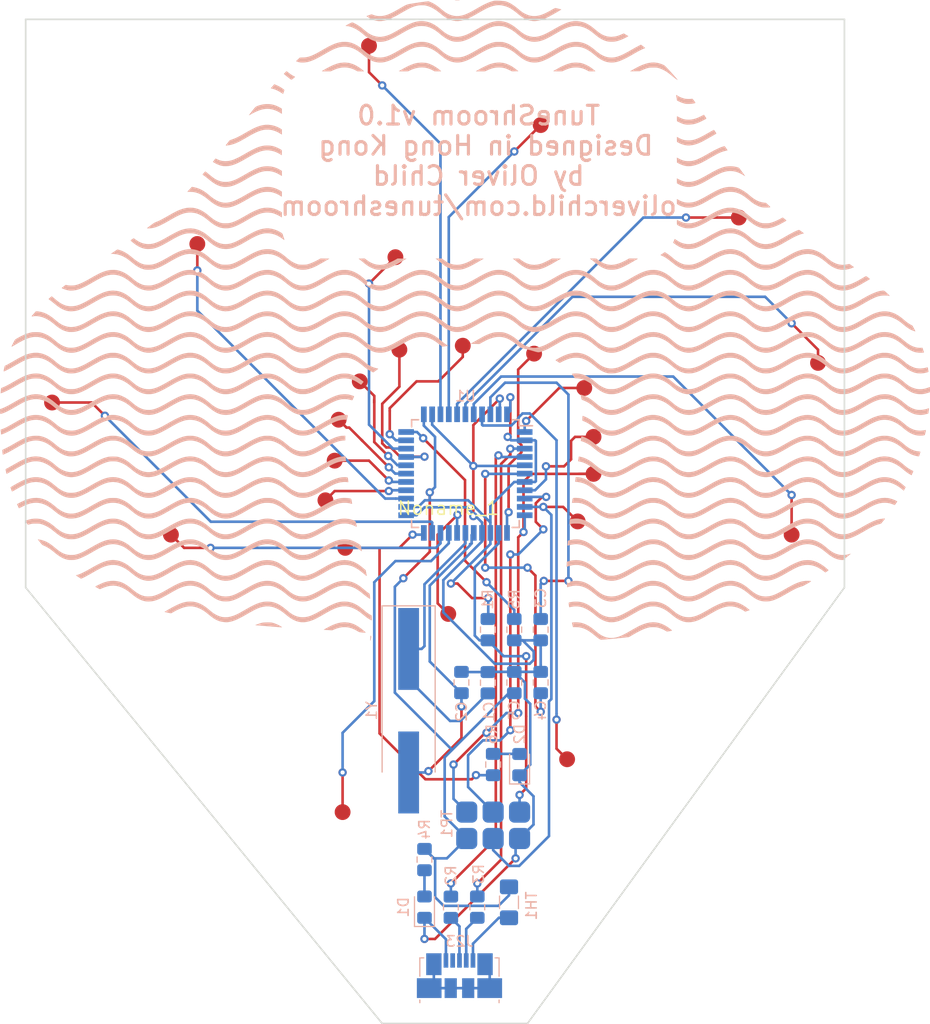
<source format=kicad_pcb>
(kicad_pcb (version 20171130) (host pcbnew "(5.1.12)-1")
  (layers (0 F.Cu signal) (31 B.Cu signal) (34 B.Paste user hide) (35 F.Paste user hide) (36 B.SilkS user hide) (37 F.SilkS user hide) (38 B.Mask user hide) (39 F.Mask user hide) (44 Edge.Cuts user))
  (net 0 "")
  (net 1 GND)
  (net 2 "Net-(C1-Pad1)")
  (net 3 "Net-(C2-Pad1)")
  (net 4 "Net-(C3-Pad1)")
  (net 5 "Net-(C4-Pad1)")
  (net 6 +5V)
  (net 7 "Net-(D1-Pad2)")
  (net 8 "Net-(D2-Pad2)")
  (net 9 A0)
  (net 10 D5)
  (net 11 A1)
  (net 12 D6)
  (net 13 A2)
  (net 14 D7)
  (net 15 A3)
  (net 16 D8)
  (net 17 A4)
  (net 18 D9)
  (net 19 A5)
  (net 20 D10)
  (net 21 D0)
  (net 22 D11)
  (net 23 D1)
  (net 24 D12)
  (net 25 D2)
  (net 26 D13)
  (net 27 D3)
  (net 28 D17)
  (net 29 D4)
  (net 30 MISO)
  (net 31 "Net-(J23-Pad1)")
  (net 32 "Net-(J23-Pad2)")
  (net 33 "Net-(J23-Pad3)")
  (net 34 "Net-(J23-Pad4)")
  (net 35 "Net-(J23-Pad6)")
  (net 36 RESET)
  (net 37 D+)
  (net 38 D-)
  (net 39 "Net-(R5-Pad1)")
  (net 40 RX_LED)
  (net 41 SCK)
  (net 42 MOSI)
  (module TuneShroom:contact (layer F.Cu) (at 95.25 48.26)
    (fp_text reference J1)
    (fp_text value Conn_01x01)
    (pad 1 smd circle (at 0 0 180) (size 1.524 1.524) (layers F.Cu F.Mask) (net 9 A0))
  )
  (module TuneShroom:contact (layer F.Cu) (at 97.79 68.58)
    (fp_text reference J2)
    (fp_text value Conn_01x01)
    (pad 1 smd circle (at 0 0 180) (size 1.524 1.524) (layers F.Cu F.Mask) (net 10 D5))
  )
  (module TuneShroom:contact (layer F.Cu) (at 111.76 55.88)
    (fp_text reference J3)
    (fp_text value Conn_01x01)
    (pad 1 smd circle (at 0 0 180) (size 1.524 1.524) (layers F.Cu F.Mask) (net 11 A1))
  )
  (module TuneShroom:contact (layer F.Cu) (at 91.948 88.138)
    (fp_text reference J4)
    (fp_text value Conn_01x01)
    (pad 1 smd circle (at 0 0 180) (size 1.524 1.524) (layers F.Cu F.Mask) (net 12 D6))
  )
  (module TuneShroom:contact (layer F.Cu) (at 130.81 64.77)
    (fp_text reference J5)
    (fp_text value Conn_01x01)
    (pad 1 smd circle (at 0 0 180) (size 1.524 1.524) (layers F.Cu F.Mask) (net 13 A2))
  )
  (module TuneShroom:contact (layer F.Cu) (at 115.951 81.153)
    (fp_text reference J6)
    (fp_text value Conn_01x01)
    (pad 1 smd circle (at 0 0 180) (size 1.524 1.524) (layers F.Cu F.Mask) (net 14 D7))
  )
  (module TuneShroom:contact (layer F.Cu) (at 138.43 78.74)
    (fp_text reference J7)
    (fp_text value Conn_01x01)
    (pad 1 smd circle (at 0 0 180) (size 1.524 1.524) (layers F.Cu F.Mask) (net 15 A3))
  )
  (module TuneShroom:contact (layer F.Cu) (at 92.329 84.201)
    (fp_text reference J8)
    (fp_text value Conn_01x01)
    (pad 1 smd circle (at 0 0 180) (size 1.524 1.524) (layers F.Cu F.Mask) (net 16 D8))
  )
  (module TuneShroom:contact (layer F.Cu) (at 135.89 95.25)
    (fp_text reference J9)
    (fp_text value Conn_01x01)
    (pad 1 smd circle (at 0 0 180) (size 1.524 1.524) (layers F.Cu F.Mask) (net 17 A4))
  )
  (module TuneShroom:contact (layer F.Cu) (at 94.361 80.518)
    (fp_text reference J10)
    (fp_text value Conn_01x01)
    (pad 1 smd circle (at 0 0 180) (size 1.524 1.524) (layers F.Cu F.Mask) (net 18 D9))
  )
  (module TuneShroom:contact (layer F.Cu) (at 114.3 116.84)
    (fp_text reference J11)
    (fp_text value Conn_01x01)
    (pad 1 smd circle (at 0 0 180) (size 1.524 1.524) (layers F.Cu F.Mask) (net 19 A5))
  )
  (module TuneShroom:contact (layer F.Cu) (at 98.171 77.47)
    (fp_text reference J12)
    (fp_text value Conn_01x01)
    (pad 1 smd circle (at 0 0 180) (size 1.524 1.524) (layers F.Cu F.Mask) (net 20 D10))
  )
  (module TuneShroom:contact (layer F.Cu) (at 76.2 95.25)
    (fp_text reference J13)
    (fp_text value Conn_01x01)
    (pad 1 smd circle (at 0 0 180) (size 1.524 1.524) (layers F.Cu F.Mask) (net 21 D0))
  )
  (module TuneShroom:contact (layer F.Cu) (at 111.125 77.851)
    (fp_text reference J14)
    (fp_text value Conn_01x01)
    (pad 1 smd circle (at 0 0 180) (size 1.524 1.524) (layers F.Cu F.Mask) (net 22 D11))
  )
  (module TuneShroom:contact (layer F.Cu) (at 64.77 82.55)
    (fp_text reference J15)
    (fp_text value Conn_01x01)
    (pad 1 smd circle (at 0 0 180) (size 1.524 1.524) (layers F.Cu F.Mask) (net 23 D1))
  )
  (module TuneShroom:contact (layer F.Cu) (at 91.059 91.948)
    (fp_text reference J16)
    (fp_text value Conn_01x01)
    (pad 1 smd circle (at 0 0 180) (size 1.524 1.524) (layers F.Cu F.Mask) (net 24 D12))
  )
  (module TuneShroom:contact (layer F.Cu) (at 92.71 121.92)
    (fp_text reference J17)
    (fp_text value Conn_01x01)
    (pad 1 smd circle (at 0 0 180) (size 1.524 1.524) (layers F.Cu F.Mask) (net 25 D2))
  )
  (module TuneShroom:contact (layer F.Cu) (at 104.267 77.089)
    (fp_text reference J18)
    (fp_text value Conn_01x01)
    (pad 1 smd circle (at 0 0 180) (size 1.524 1.524) (layers F.Cu F.Mask) (net 26 D13))
  )
  (module TuneShroom:contact (layer F.Cu) (at 102.87 102.87)
    (fp_text reference J19)
    (fp_text value Conn_01x01)
    (pad 1 smd circle (at 0 0 180) (size 1.524 1.524) (layers F.Cu F.Mask) (net 27 D3))
  )
  (module TuneShroom:contact (layer F.Cu) (at 116.84 85.852)
    (fp_text reference J20)
    (fp_text value Conn_01x01)
    (pad 1 smd circle (at 0 0 180) (size 1.524 1.524) (layers F.Cu F.Mask) (net 28 D17))
  )
  (module TuneShroom:contact (layer F.Cu) (at 78.74 67.31)
    (fp_text reference J21)
    (fp_text value Conn_01x01)
    (pad 1 smd circle (at 0 0 180) (size 1.524 1.524) (layers F.Cu F.Mask) (net 29 D4))
  )
  (module TuneShroom:contact (layer F.Cu) (at 116.84 89.408)
    (fp_text reference J22)
    (fp_text value Conn_01x01)
    (pad 1 smd circle (at 0 0 180) (size 1.524 1.524) (layers F.Cu F.Mask) (net 30 MISO))
  )
  (module Connector_USB:USB_Micro-B_Molex_47346-0001 (layer B.Cu) (at 103.9475 137.64 180)
    (fp_text reference J23 (at 0 3.3) (layer B.SilkS) (effects (justify mirror)))
    (fp_text value USB_B_Micro)
    (pad 1 smd rect (at -1.3 1.46 180) (size 0.45 1.38) (layers B.Cu B.Paste B.Mask) (net 31 "Net-(J23-Pad1)"))
    (pad 2 smd rect (at -0.65 1.46 180) (size 0.45 1.38) (layers B.Cu B.Paste B.Mask) (net 32 "Net-(J23-Pad2)"))
    (pad 3 smd rect (at 0 1.46 180) (size 0.45 1.38) (layers B.Cu B.Paste B.Mask) (net 33 "Net-(J23-Pad3)"))
    (pad 4 smd rect (at 0.65 1.46 180) (size 0.45 1.38) (layers B.Cu B.Paste B.Mask) (net 34 "Net-(J23-Pad4)"))
    (pad 5 smd rect (at 1.3 1.46 180) (size 0.45 1.38) (layers B.Cu B.Paste B.Mask) (net 1 GND))
    (pad 6 smd rect (at -2.4625 1.1 180) (size 1.475 2.1) (layers B.Cu B.Paste B.Mask) (net 35 "Net-(J23-Pad6)"))
    (pad 6 smd rect (at 2.4625 1.1 180) (size 1.475 2.1) (layers B.Cu B.Paste B.Mask) (net 35 "Net-(J23-Pad6)"))
    (pad 6 smd rect (at -2.91 -1.2 180) (size 2.375 1.9) (layers B.Cu B.Paste B.Mask) (net 35 "Net-(J23-Pad6)"))
    (pad 6 smd rect (at 2.91 -1.2 180) (size 2.375 1.9) (layers B.Cu B.Paste B.Mask) (net 35 "Net-(J23-Pad6)"))
    (pad 6 smd rect (at -0.84 -1.2 180) (size 1.175 1.9) (layers B.Cu B.Paste B.Mask) (net 35 "Net-(J23-Pad6)"))
    (pad 6 smd rect (at 0.84 -1.2 180) (size 1.175 1.9) (layers B.Cu B.Paste B.Mask) (net 35 "Net-(J23-Pad6)"))
  )
  (module Resistor_SMD:R_0805_2012Metric_Pad1.15x1.40mm_HandSolder (layer B.Cu) (at 106.68 104.385 270)
    (fp_text reference R1 (at -2.912 0 270) (layer B.SilkS) (effects (justify mirror)))
    (fp_text value 10K)
    (pad 1 smd roundrect (at -1.025 0 270) (size 1.15 1.4) (layers B.Cu B.Paste B.Mask) (roundrect_rratio 0.217391) (net 6 +5V))
    (pad 2 smd roundrect (at 1.025 0 270) (size 1.15 1.4) (layers B.Cu B.Paste B.Mask) (roundrect_rratio 0.217391) (net 36 RESET))
  )
  (module Resistor_SMD:R_0805_2012Metric_Pad1.15x1.40mm_HandSolder (layer B.Cu) (at 103.124 131.064 270)
    (fp_text reference R2 (at -3.048 0 270) (layer B.SilkS) (effects (justify mirror)))
    (fp_text value 22)
    (pad 1 smd roundrect (at -1.025 0 270) (size 1.15 1.4) (layers B.Cu B.Paste B.Mask) (roundrect_rratio 0.217391) (net 37 D+))
    (pad 2 smd roundrect (at 1.025 0 270) (size 1.15 1.4) (layers B.Cu B.Paste B.Mask) (roundrect_rratio 0.217391) (net 33 "Net-(J23-Pad3)"))
  )
  (module Resistor_SMD:R_0805_2012Metric_Pad1.15x1.40mm_HandSolder (layer B.Cu) (at 105.664 131.055 270)
    (fp_text reference R3 (at -3.166 -0.127 270) (layer B.SilkS) (effects (justify mirror)))
    (fp_text value 22)
    (pad 2 smd roundrect (at 1.025 0 270) (size 1.15 1.4) (layers B.Cu B.Paste B.Mask) (roundrect_rratio 0.217391) (net 32 "Net-(J23-Pad2)"))
    (pad 1 smd roundrect (at -1.025 0 270) (size 1.15 1.4) (layers B.Cu B.Paste B.Mask) (roundrect_rratio 0.217391) (net 38 D-))
  )
  (module Resistor_SMD:R_0805_2012Metric_Pad1.15x1.40mm_HandSolder (layer B.Cu) (at 100.584 126.483 270)
    (fp_text reference R4 (at -2.912 0 270) (layer B.SilkS) (effects (justify mirror)))
    (fp_text value 330)
    (pad 2 smd roundrect (at 1.025 0 270) (size 1.15 1.4) (layers B.Cu B.Paste B.Mask) (roundrect_rratio 0.217391) (net 7 "Net-(D1-Pad2)"))
    (pad 1 smd roundrect (at -1.025 0 270) (size 1.15 1.4) (layers B.Cu B.Paste B.Mask) (roundrect_rratio 0.217391) (net 6 +5V))
  )
  (module Resistor_SMD:R_0805_2012Metric_Pad1.15x1.40mm_HandSolder (layer B.Cu) (at 109.22 104.385 270)
    (fp_text reference R5 (at -2.912 0 270) (layer B.SilkS) (effects (justify mirror)))
    (fp_text value 10K)
    (pad 1 smd roundrect (at -1.025 0 270) (size 1.15 1.4) (layers B.Cu B.Paste B.Mask) (roundrect_rratio 0.217391) (net 39 "Net-(R5-Pad1)"))
    (pad 2 smd roundrect (at 1.025 0 270) (size 1.15 1.4) (layers B.Cu B.Paste B.Mask) (roundrect_rratio 0.217391) (net 1 GND))
  )
  (module Resistor_SMD:R_0805_2012Metric_Pad1.15x1.40mm_HandSolder (layer B.Cu) (at 107.188 117.348 90)
    (fp_text reference R6 (at 2.921 -0.127 90) (layer B.SilkS) (effects (justify mirror)))
    (fp_text value 330)
    (pad 2 smd roundrect (at 1.025 0 90) (size 1.15 1.4) (layers B.Cu B.Paste B.Mask) (roundrect_rratio 0.217391) (net 8 "Net-(D2-Pad2)"))
    (pad 1 smd roundrect (at -1.025 0 90) (size 1.15 1.4) (layers B.Cu B.Paste B.Mask) (roundrect_rratio 0.217391) (net 40 RX_LED))
  )
  (module Fuse:Fuse_1206_3216Metric_Pad1.42x1.75mm_HandSolder (layer B.Cu) (at 108.712 130.5925 270)
    (fp_text reference TH1 (at 0.3445 -2.159 270) (layer B.SilkS) (effects (justify mirror)))
    (fp_text value Thermistor)
    (pad 1 smd roundrect (at -1.4875 0 270) (size 1.425 1.75) (layers B.Cu B.Paste B.Mask) (roundrect_rratio 0.175439) (net 6 +5V))
    (pad 2 smd roundrect (at 1.4875 0 270) (size 1.425 1.75) (layers B.Cu B.Paste B.Mask) (roundrect_rratio 0.175439) (net 31 "Net-(J23-Pad1)"))
  )
  (module TuneShroom:ICSP (layer B.Cu) (at 107.188 123.19 270)
    (fp_text reference TP1 (at -0.127 4.445 270) (layer B.SilkS) (effects (justify mirror)))
    (fp_text value ICSP)
    (pad 1 smd roundrect (at -1.27 2.54 270) (size 2.032 2.032) (layers B.Cu B.Paste B.Mask) (net 30 MISO))
    (pad 2 smd roundrect (at 1.27 2.54 270) (size 2.032 2.032) (layers B.Cu B.Paste B.Mask) (net 6 +5V))
    (pad 3 smd roundrect (at -1.27 0 270) (size 2.032 2.032) (layers B.Cu B.Paste B.Mask) (net 41 SCK))
    (pad 4 smd roundrect (at 1.27 0 270) (size 2.032 2.032) (layers B.Cu B.Paste B.Mask) (net 42 MOSI))
    (pad 5 smd roundrect (at -1.27 -2.54 270) (size 2.032 2.032) (layers B.Cu B.Paste B.Mask) (net 36 RESET))
    (pad 6 smd roundrect (at 1.27 -2.54 270) (size 2.032 2.032) (layers B.Cu B.Paste B.Mask) (net 1 GND))
  )
  (module Package_QFP:TQFP-44_10x10mm_P0.8mm (layer B.Cu) (at 104.521 89.383 180)
    (fp_text reference U1 (at 0 7.45 180) (layer B.SilkS) (effects (justify mirror)))
    (fp_text value ATmega32U4-AU)
    (pad 1 smd rect (at -5.7 4 180) (size 1.5 0.55) (layers B.Cu B.Paste B.Mask) (net 14 D7))
    (pad 2 smd rect (at -5.7 3.2 180) (size 1.5 0.55) (layers B.Cu B.Paste B.Mask) (net 6 +5V))
    (pad 3 smd rect (at -5.7 2.4 180) (size 1.5 0.55) (layers B.Cu B.Paste B.Mask) (net 38 D-))
    (pad 4 smd rect (at -5.7 1.6 180) (size 1.5 0.55) (layers B.Cu B.Paste B.Mask) (net 37 D+))
    (pad 5 smd rect (at -5.7 0.8 180) (size 1.5 0.55) (layers B.Cu B.Paste B.Mask) (net 1 GND))
    (pad 6 smd rect (at -5.7 0 180) (size 1.5 0.55) (layers B.Cu B.Paste B.Mask) (net 5 "Net-(C4-Pad1)"))
    (pad 7 smd rect (at -5.7 -0.8 180) (size 1.5 0.55) (layers B.Cu B.Paste B.Mask) (net 6 +5V))
    (pad 8 smd rect (at -5.7 -1.6 180) (size 1.5 0.55) (layers B.Cu B.Paste B.Mask) (net 28 D17))
    (pad 9 smd rect (at -5.7 -2.4 180) (size 1.5 0.55) (layers B.Cu B.Paste B.Mask) (net 41 SCK))
    (pad 10 smd rect (at -5.7 -3.2 180) (size 1.5 0.55) (layers B.Cu B.Paste B.Mask) (net 42 MOSI))
    (pad 11 smd rect (at -5.7 -4 180) (size 1.5 0.55) (layers B.Cu B.Paste B.Mask) (net 30 MISO))
    (pad 12 smd rect (at -4 -5.7 90) (size 1.5 0.55) (layers B.Cu B.Paste B.Mask) (net 22 D11))
    (pad 13 smd rect (at -3.2 -5.7 90) (size 1.5 0.55) (layers B.Cu B.Paste B.Mask) (net 36 RESET))
    (pad 14 smd rect (at -2.4 -5.7 90) (size 1.5 0.55) (layers B.Cu B.Paste B.Mask) (net 6 +5V))
    (pad 15 smd rect (at -1.6 -5.7 90) (size 1.5 0.55) (layers B.Cu B.Paste B.Mask) (net 1 GND))
    (pad 16 smd rect (at -0.8 -5.7 90) (size 1.5 0.55) (layers B.Cu B.Paste B.Mask) (net 3 "Net-(C2-Pad1)"))
    (pad 17 smd rect (at 0 -5.7 90) (size 1.5 0.55) (layers B.Cu B.Paste B.Mask) (net 2 "Net-(C1-Pad1)"))
    (pad 18 smd rect (at 0.8 -5.7 90) (size 1.5 0.55) (layers B.Cu B.Paste B.Mask) (net 27 D3))
    (pad 19 smd rect (at 1.6 -5.7 90) (size 1.5 0.55) (layers B.Cu B.Paste B.Mask) (net 25 D2))
    (pad 20 smd rect (at 2.4 -5.7 90) (size 1.5 0.55) (layers B.Cu B.Paste B.Mask) (net 21 D0))
    (pad 21 smd rect (at 3.2 -5.7 90) (size 1.5 0.55) (layers B.Cu B.Paste B.Mask) (net 23 D1))
    (pad 22 smd rect (at 4 -5.7 90) (size 1.5 0.55) (layers B.Cu B.Paste B.Mask) (net 40 RX_LED))
    (pad 23 smd rect (at 5.7 -4 180) (size 1.5 0.55) (layers B.Cu B.Paste B.Mask) (net 1 GND))
    (pad 24 smd rect (at 5.7 -3.2 180) (size 1.5 0.55) (layers B.Cu B.Paste B.Mask) (net 6 +5V))
    (pad 25 smd rect (at 5.7 -2.4 180) (size 1.5 0.55) (layers B.Cu B.Paste B.Mask) (net 29 D4))
    (pad 26 smd rect (at 5.7 -1.6 180) (size 1.5 0.55) (layers B.Cu B.Paste B.Mask) (net 24 D12))
    (pad 27 smd rect (at 5.7 -0.8 180) (size 1.5 0.55) (layers B.Cu B.Paste B.Mask) (net 12 D6))
    (pad 28 smd rect (at 5.7 0 180) (size 1.5 0.55) (layers B.Cu B.Paste B.Mask) (net 16 D8))
    (pad 29 smd rect (at 5.7 0.8 180) (size 1.5 0.55) (layers B.Cu B.Paste B.Mask) (net 18 D9))
    (pad 30 smd rect (at 5.7 1.6 180) (size 1.5 0.55) (layers B.Cu B.Paste B.Mask) (net 20 D10))
    (pad 31 smd rect (at 5.7 2.4 180) (size 1.5 0.55) (layers B.Cu B.Paste B.Mask) (net 10 D5))
    (pad 32 smd rect (at 5.7 3.2 180) (size 1.5 0.55) (layers B.Cu B.Paste B.Mask) (net 26 D13))
    (pad 33 smd rect (at 5.7 4 180) (size 1.5 0.55) (layers B.Cu B.Paste B.Mask) (net 39 "Net-(R5-Pad1)"))
    (pad 34 smd rect (at 4 5.7 90) (size 1.5 0.55) (layers B.Cu B.Paste B.Mask) (net 6 +5V))
    (pad 35 smd rect (at 3.2 5.7 90) (size 1.5 0.55) (layers B.Cu B.Paste B.Mask) (net 1 GND))
    (pad 36 smd rect (at 2.4 5.7 90) (size 1.5 0.55) (layers B.Cu B.Paste B.Mask) (net 9 A0))
    (pad 37 smd rect (at 1.6 5.7 90) (size 1.5 0.55) (layers B.Cu B.Paste B.Mask) (net 11 A1))
    (pad 38 smd rect (at 0.8 5.7 90) (size 1.5 0.55) (layers B.Cu B.Paste B.Mask) (net 13 A2))
    (pad 39 smd rect (at 0 5.7 90) (size 1.5 0.55) (layers B.Cu B.Paste B.Mask) (net 15 A3))
    (pad 40 smd rect (at -0.8 5.7 90) (size 1.5 0.55) (layers B.Cu B.Paste B.Mask) (net 17 A4))
    (pad 41 smd rect (at -1.6 5.7 90) (size 1.5 0.55) (layers B.Cu B.Paste B.Mask) (net 19 A5))
    (pad 42 smd rect (at -2.4 5.7 90) (size 1.5 0.55) (layers B.Cu B.Paste B.Mask) (net 4 "Net-(C3-Pad1)"))
    (pad 43 smd rect (at -3.2 5.7 90) (size 1.5 0.55) (layers B.Cu B.Paste B.Mask) (net 1 GND))
    (pad 44 smd rect (at -4 5.7 90) (size 1.5 0.55) (layers B.Cu B.Paste B.Mask) (net 6 +5V))
  )
  (module Crystal:Crystal_SMD_HC49-SD_HandSoldering (layer B.Cu) (at 99.06 112.1725 270)
    (fp_text reference Y1 (at 0 3.55 270) (layer B.SilkS) (effects (justify mirror)))
    (fp_text value 16MHz)
    (pad 1 smd rect (at -5.9375 0 270) (size 7.875 2) (layers B.Cu B.Paste B.Mask) (net 2 "Net-(C1-Pad1)"))
    (pad 2 smd rect (at 5.9375 0 270) (size 7.875 2) (layers B.Cu B.Paste B.Mask) (net 3 "Net-(C2-Pad1)"))
  )
  (module Capacitor_SMD:C_0805_2012Metric_Pad1.15x1.40mm_HandSolder (layer B.Cu) (at 106.68 109.483 90)
    (fp_text reference C1 (at -2.785 0.127 90) (layer B.SilkS) (effects (justify mirror)))
    (fp_text value 22pF)
    (pad 2 smd roundrect (at 1.025 0 90) (size 1.15 1.4) (layers B.Cu B.Paste B.Mask) (roundrect_rratio 0.217391) (net 1 GND))
    (pad 1 smd roundrect (at -1.025 0 90) (size 1.15 1.4) (layers B.Cu B.Paste B.Mask) (roundrect_rratio 0.217391) (net 2 "Net-(C1-Pad1)"))
  )
  (module Capacitor_SMD:C_0805_2012Metric_Pad1.15x1.40mm_HandSolder (layer B.Cu) (at 104.14 109.465 90)
    (fp_text reference C2 (at -2.803 0 90) (layer B.SilkS) (effects (justify mirror)))
    (fp_text value 22pF)
    (pad 2 smd roundrect (at 1.025 0 90) (size 1.15 1.4) (layers B.Cu B.Paste B.Mask) (roundrect_rratio 0.217391) (net 1 GND))
    (pad 1 smd roundrect (at -1.025 0 90) (size 1.15 1.4) (layers B.Cu B.Paste B.Mask) (roundrect_rratio 0.217391) (net 3 "Net-(C2-Pad1)"))
  )
  (module Capacitor_SMD:C_0805_2012Metric_Pad1.15x1.40mm_HandSolder (layer B.Cu) (at 111.76 104.385 270)
    (fp_text reference C3 (at -3.039 0 270) (layer B.SilkS) (effects (justify mirror)))
    (fp_text value 0.1uF)
    (pad 1 smd roundrect (at -1.025 0 270) (size 1.15 1.4) (layers B.Cu B.Paste B.Mask) (roundrect_rratio 0.217391) (net 4 "Net-(C3-Pad1)"))
    (pad 2 smd roundrect (at 1.025 0 270) (size 1.15 1.4) (layers B.Cu B.Paste B.Mask) (roundrect_rratio 0.217391) (net 1 GND))
  )
  (module Capacitor_SMD:C_0805_2012Metric_Pad1.15x1.40mm_HandSolder (layer B.Cu) (at 111.76 109.465 90)
    (fp_text reference C4 (at -2.676 0 90) (layer B.SilkS) (effects (justify mirror)))
    (fp_text value 1uF)
    (pad 1 smd roundrect (at -1.025 0 90) (size 1.15 1.4) (layers B.Cu B.Paste B.Mask) (roundrect_rratio 0.217391) (net 5 "Net-(C4-Pad1)"))
    (pad 2 smd roundrect (at 1.025 0 90) (size 1.15 1.4) (layers B.Cu B.Paste B.Mask) (roundrect_rratio 0.217391) (net 1 GND))
  )
  (module Capacitor_SMD:C_0805_2012Metric_Pad1.15x1.40mm_HandSolder (layer B.Cu) (at 109.22 109.465 90)
    (fp_text reference C5 (at -2.676 0 90) (layer B.SilkS) (effects (justify mirror)))
    (fp_text value 0.1uF)
    (pad 1 smd roundrect (at -1.025 0 90) (size 1.15 1.4) (layers B.Cu B.Paste B.Mask) (roundrect_rratio 0.217391) (net 6 +5V))
    (pad 2 smd roundrect (at 1.025 0 90) (size 1.15 1.4) (layers B.Cu B.Paste B.Mask) (roundrect_rratio 0.217391) (net 1 GND))
  )
  (module LED_SMD:LED_0805_2012Metric_Pad1.15x1.40mm_HandSolder (layer B.Cu) (at 100.584 131.055 90)
    (fp_text reference D1 (at -0.009 -2.032 90) (layer B.SilkS) (effects (justify mirror)))
    (fp_text value LED)
    (pad 2 smd roundrect (at 1.025 0 90) (size 1.15 1.4) (layers B.Cu B.Paste B.Mask) (roundrect_rratio 0.217391) (net 7 "Net-(D1-Pad2)"))
    (pad 1 smd roundrect (at -1.025 0 90) (size 1.15 1.4) (layers B.Cu B.Paste B.Mask) (roundrect_rratio 0.217391) (net 1 GND))
  )
  (module LED_SMD:LED_0805_2012Metric_Pad1.15x1.40mm_HandSolder (layer B.Cu) (at 109.728 117.357 90)
    (fp_text reference D2 (at 2.93 0 90) (layer B.SilkS) (effects (justify mirror)))
    (fp_text value LED)
    (pad 1 smd roundrect (at -1.025 0 90) (size 1.15 1.4) (layers B.Cu B.Paste B.Mask) (roundrect_rratio 0.217391) (net 1 GND))
    (pad 2 smd roundrect (at 1.025 0 90) (size 1.15 1.4) (layers B.Cu B.Paste B.Mask) (roundrect_rratio 0.217391) (net 8 "Net-(D2-Pad2)"))
  )
  (module TuneShroom:contact (layer F.Cu) (at 115.316 93.98)
    (fp_text reference J24)
    (fp_text value Conn_01x01)
    (pad 1 smd circle (at 0 0 180) (size 1.524 1.524) (layers F.Cu F.Mask) (net 42 MOSI))
  )
  (module TuneShroom:contact (layer F.Cu) (at 92.964 96.52)
    (fp_text reference J25)
    (fp_text value Conn_01x01)
    (pad 1 smd circle (at 0 0 180) (size 1.524 1.524) (layers F.Cu F.Mask) (net 40 RX_LED))
  )
  (module TuneShroom:pattern (layer F.Cu) (at 102.87 92.71)
    (fp_text reference Noname_1 (at 0 0) (layer F.SilkS) (effects (font (size 1.27 1.27))))
    (fp_text value "" (at 0 0) (layer F.SilkS) (effects (font (size 1.27 1.27))))
  )
  (gr_line (start 62.23 100.33) (end 96.52 142.24) (layer Edge.Cuts) (width 0.15))
  (gr_line (start 62.23 45.72) (end 62.23 100.33) (layer Edge.Cuts) (width 0.15))
  (gr_line (start 110.49 142.24) (end 96.52 142.24) (layer Edge.Cuts) (width 0.15))
  (gr_line (start 140.97 100.33) (end 110.49 142.24) (layer Edge.Cuts) (width 0.15))
  (gr_line (start 140.97 45.72) (end 140.97 100.33) (layer Edge.Cuts) (width 0.15))
  (gr_line (start 62.23 45.72) (end 140.97 45.72) (layer Edge.Cuts) (width 0.15))
  (gr_text "TuneShroom v1.0\nDesigned in Hong Kong \nby Oliver Child\noliverchild.com/tuneshroom" (at 105.791 59.309) (layer B.SilkS) (effects (font (size 1.8 1.8) (thickness 0.3)) (justify mirror)))
  (segment (start 102.6475 134.1435) (end 102.6475 136.18) (width 0.25) (layer B.Cu) (net 1))
  (segment (start 100.584 132.08) (end 102.6475 134.1435) (width 0.25) (layer B.Cu) (net 1))
  (segment (start 111.06901 120.39801) (end 111.06901 123.11899) (width 0.25) (layer B.Cu) (net 1))
  (segment (start 109.728 119.057) (end 111.06901 120.39801) (width 0.25) (layer B.Cu) (net 1))
  (segment (start 110.66592 123.52208) (end 109.728 124.46) (width 0.25) (layer B.Cu) (net 1))
  (segment (start 111.06901 123.11899) (end 110.66592 123.52208) (width 0.25) (layer B.Cu) (net 1))
  (segment (start 109.728 118.382) (end 109.728 119.057) (width 0.25) (layer B.Cu) (net 1))
  (segment (start 100.584 132.08) (end 100.584 134.112) (width 0.25) (layer B.Cu) (net 1))
  (segment (start 100.584 134.112) (end 101.6 134.112) (width 0.25) (layer F.Cu) (net 1))
  (segment (start 101.6 134.112) (end 109.347 126.365) (width 0.25) (layer F.Cu) (net 1))
  (segment (start 109.347 124.841) (end 109.728 124.46) (width 0.25) (layer B.Cu) (net 1))
  (segment (start 109.347 126.365) (end 109.347 124.841) (width 0.25) (layer B.Cu) (net 1))
  (segment (start 109.843372 109.063372) (end 109.22 108.44) (width 0.25) (layer B.Cu) (net 1))
  (segment (start 110.24501 109.46501) (end 109.843372 109.063372) (width 0.25) (layer B.Cu) (net 1))
  (segment (start 110.24501 111.00701) (end 110.24501 109.46501) (width 0.25) (layer B.Cu) (net 1))
  (segment (start 110.75301 111.51501) (end 110.24501 111.00701) (width 0.25) (layer B.Cu) (net 1))
  (segment (start 110.75301 117.35699) (end 110.75301 111.51501) (width 0.25) (layer B.Cu) (net 1))
  (segment (start 109.728 118.382) (end 110.75301 117.35699) (width 0.25) (layer B.Cu) (net 1))
  (segment (start 109.22 108.44) (end 111.76 108.44) (width 0.25) (layer B.Cu) (net 1))
  (segment (start 111.76 107.765) (end 111.76 105.41) (width 0.25) (layer B.Cu) (net 1))
  (segment (start 111.76 108.44) (end 111.76 107.765) (width 0.25) (layer B.Cu) (net 1))
  (segment (start 110.96 105.41) (end 109.22 105.41) (width 0.25) (layer B.Cu) (net 1))
  (segment (start 111.76 105.41) (end 110.96 105.41) (width 0.25) (layer B.Cu) (net 1))
  (segment (start 106.698 108.44) (end 106.68 108.458) (width 0.25) (layer B.Cu) (net 1))
  (segment (start 109.22 108.44) (end 106.698 108.44) (width 0.25) (layer B.Cu) (net 1))
  (segment (start 104.158 108.458) (end 104.14 108.44) (width 0.25) (layer B.Cu) (net 1))
  (segment (start 106.68 108.458) (end 104.158 108.458) (width 0.25) (layer B.Cu) (net 1))
  (segment (start 106.121 94.083) (end 106.121 95.083) (width 0.25) (layer B.Cu) (net 1))
  (segment (start 100.584001 92.619999) (end 104.657999 92.619999) (width 0.25) (layer B.Cu) (net 1))
  (segment (start 99.821 93.383) (end 100.584001 92.619999) (width 0.25) (layer B.Cu) (net 1))
  (segment (start 98.821 93.383) (end 99.821 93.383) (width 0.25) (layer B.Cu) (net 1))
  (segment (start 106.121 95.893002) (end 106.121 95.083) (width 0.25) (layer B.Cu) (net 1))
  (segment (start 102.399005 99.614997) (end 106.121 95.893002) (width 0.25) (layer B.Cu) (net 1))
  (segment (start 102.399005 102.717195) (end 102.399005 99.614997) (width 0.25) (layer B.Cu) (net 1))
  (segment (start 107.340811 107.659001) (end 102.399005 102.717195) (width 0.25) (layer B.Cu) (net 1))
  (segment (start 110.711001 107.659001) (end 107.340811 107.659001) (width 0.25) (layer B.Cu) (net 1))
  (segment (start 111.088001 107.282001) (end 110.711001 107.659001) (width 0.25) (layer B.Cu) (net 1))
  (segment (start 111.088001 106.478001) (end 111.088001 107.282001) (width 0.25) (layer B.Cu) (net 1))
  (segment (start 110.02 105.41) (end 111.088001 106.478001) (width 0.25) (layer B.Cu) (net 1))
  (segment (start 109.22 105.41) (end 110.02 105.41) (width 0.25) (layer B.Cu) (net 1))
  (segment (start 105.383 93.372) (end 105.283 93.472) (width 0.25) (layer B.Cu) (net 1))
  (segment (start 105.383 93.345) (end 105.383 93.372) (width 0.25) (layer B.Cu) (net 1))
  (segment (start 105.383 93.345) (end 106.121 94.083) (width 0.25) (layer B.Cu) (net 1))
  (segment (start 104.657999 92.619999) (end 105.383 93.345) (width 0.25) (layer B.Cu) (net 1))
  (segment (start 105.283 93.472) (end 105.283 88.646) (width 0.25) (layer F.Cu) (net 1))
  (segment (start 105.283 88.646) (end 105.283 84.718306) (width 0.25) (layer F.Cu) (net 1))
  (segment (start 105.283 84.718306) (end 107.827653 82.173653) (width 0.25) (layer F.Cu) (net 1))
  (segment (start 107.827653 83.576347) (end 107.721 83.683) (width 0.25) (layer B.Cu) (net 1))
  (segment (start 107.827653 82.173653) (end 107.827653 83.576347) (width 0.25) (layer B.Cu) (net 1))
  (segment (start 105.283 88.646) (end 110.158 88.646) (width 0.25) (layer B.Cu) (net 1))
  (segment (start 110.158 88.646) (end 110.221 88.583) (width 0.25) (layer B.Cu) (net 1))
  (segment (start 101.321 84.684) (end 105.283 88.646) (width 0.25) (layer B.Cu) (net 1))
  (segment (start 101.321 83.683) (end 101.321 84.684) (width 0.25) (layer B.Cu) (net 1))
  (segment (start 100.584 100.02) (end 104.521 96.083) (width 0.25) (layer B.Cu) (net 2))
  (segment (start 100.584 105.961) (end 100.584 100.02) (width 0.25) (layer B.Cu) (net 2))
  (segment (start 104.521 96.083) (end 104.521 95.083) (width 0.25) (layer B.Cu) (net 2))
  (segment (start 99.06 106.235) (end 100.31 106.235) (width 0.25) (layer B.Cu) (net 2))
  (segment (start 100.31 106.235) (end 100.584 105.961) (width 0.25) (layer B.Cu) (net 2))
  (segment (start 104.031 113.157) (end 106.056628 111.131372) (width 0.25) (layer B.Cu) (net 2))
  (segment (start 99.06 109.1725) (end 103.0445 113.157) (width 0.25) (layer B.Cu) (net 2))
  (segment (start 103.0445 113.157) (end 104.031 113.157) (width 0.25) (layer B.Cu) (net 2))
  (segment (start 106.056628 111.131372) (end 106.68 110.508) (width 0.25) (layer B.Cu) (net 2))
  (segment (start 99.06 106.235) (end 99.06 109.1725) (width 0.25) (layer B.Cu) (net 2))
  (segment (start 99.06 118.11) (end 100.838 118.11) (width 0.25) (layer B.Cu) (net 3))
  (segment (start 100.838 118.11) (end 100.965 117.983) (width 0.25) (layer B.Cu) (net 3))
  (segment (start 100.965 117.983) (end 104.14 114.808) (width 0.25) (layer F.Cu) (net 3))
  (segment (start 104.14 114.808) (end 104.14 111.76) (width 0.25) (layer F.Cu) (net 3))
  (segment (start 104.14 111.76) (end 104.14 110.49) (width 0.25) (layer B.Cu) (net 3))
  (segment (start 105.121001 95.282999) (end 105.321 95.083) (width 0.25) (layer B.Cu) (net 3))
  (segment (start 105.121001 96.093001) (end 105.121001 95.282999) (width 0.25) (layer B.Cu) (net 3))
  (segment (start 104.14 110.49) (end 101.092 107.442) (width 0.25) (layer B.Cu) (net 3))
  (segment (start 101.092 100.14841) (end 104.97101 96.2694) (width 0.25) (layer B.Cu) (net 3))
  (segment (start 104.97101 96.158001) (end 105.056001 96.158001) (width 0.25) (layer B.Cu) (net 3))
  (segment (start 101.092 107.442) (end 101.092 100.14841) (width 0.25) (layer B.Cu) (net 3))
  (segment (start 104.97101 96.2694) (end 104.97101 96.158001) (width 0.25) (layer B.Cu) (net 3))
  (segment (start 105.056001 96.158001) (end 105.121001 96.093001) (width 0.25) (layer B.Cu) (net 3))
  (segment (start 111.76 103.36) (end 111.76 99.99501) (width 0.25) (layer B.Cu) (net 4))
  (segment (start 111.76 99.99501) (end 112.06001 99.695) (width 0.25) (layer B.Cu) (net 4))
  (segment (start 112.06001 99.695) (end 114.427 99.695) (width 0.25) (layer F.Cu) (net 4))
  (segment (start 106.921 82.055) (end 106.921 83.683) (width 0.25) (layer B.Cu) (net 4))
  (segment (start 108.331 80.645) (end 106.921 82.055) (width 0.25) (layer B.Cu) (net 4))
  (segment (start 113.284 80.645) (end 108.331 80.645) (width 0.25) (layer B.Cu) (net 4))
  (segment (start 114.427 99.695) (end 114.427 81.788) (width 0.25) (layer B.Cu) (net 4))
  (segment (start 114.427 81.788) (end 113.284 80.645) (width 0.25) (layer B.Cu) (net 4))
  (segment (start 111.76 110.49) (end 111.76 112.268) (width 0.25) (layer B.Cu) (net 5))
  (segment (start 110.196 89.408) (end 110.221 89.383) (width 0.25) (layer B.Cu) (net 5))
  (segment (start 106.426 89.408) (end 110.196 89.408) (width 0.25) (layer B.Cu) (net 5))
  (segment (start 106.426 89.973685) (end 106.426 98.425004) (width 0.25) (layer F.Cu) (net 5))
  (segment (start 106.426 89.408) (end 106.426 89.973685) (width 0.25) (layer F.Cu) (net 5))
  (segment (start 110.489998 98.425004) (end 110.49 98.425002) (width 0.25) (layer B.Cu) (net 5))
  (segment (start 106.426 98.425004) (end 110.489998 98.425004) (width 0.25) (layer B.Cu) (net 5))
  (segment (start 110.889999 98.825001) (end 110.49 98.425002) (width 0.25) (layer F.Cu) (net 5))
  (segment (start 111.252 99.187002) (end 110.889999 98.825001) (width 0.25) (layer F.Cu) (net 5))
  (segment (start 111.76 112.268) (end 111.252 111.76) (width 0.25) (layer F.Cu) (net 5))
  (segment (start 111.252 111.76) (end 111.252 99.187002) (width 0.25) (layer F.Cu) (net 5))
  (segment (start 101.207372 126.081372) (end 100.584 125.458) (width 0.25) (layer B.Cu) (net 6))
  (segment (start 101.60901 130.1032) (end 101.60901 126.48301) (width 0.25) (layer B.Cu) (net 6))
  (segment (start 102.43582 130.93001) (end 101.60901 130.1032) (width 0.25) (layer B.Cu) (net 6))
  (segment (start 107.69949 130.93001) (end 102.43582 130.93001) (width 0.25) (layer B.Cu) (net 6))
  (segment (start 108.712 129.9175) (end 107.69949 130.93001) (width 0.25) (layer B.Cu) (net 6))
  (segment (start 108.712 129.105) (end 108.712 129.9175) (width 0.25) (layer B.Cu) (net 6))
  (segment (start 102.743 126.365) (end 104.648 124.46) (width 0.25) (layer B.Cu) (net 6))
  (segment (start 101.491 126.365) (end 102.743 126.365) (width 0.25) (layer B.Cu) (net 6))
  (segment (start 101.491 126.365) (end 101.207372 126.081372) (width 0.25) (layer B.Cu) (net 6))
  (segment (start 101.60901 126.48301) (end 101.491 126.365) (width 0.25) (layer B.Cu) (net 6))
  (segment (start 99.98459 92.583) (end 100.61959 91.948) (width 0.25) (layer B.Cu) (net 6))
  (segment (start 98.821 92.583) (end 99.98459 92.583) (width 0.25) (layer B.Cu) (net 6))
  (segment (start 106.921 94.083) (end 106.921 95.083) (width 0.25) (layer B.Cu) (net 6))
  (segment (start 104.786 91.948) (end 106.921 94.083) (width 0.25) (layer B.Cu) (net 6))
  (segment (start 109.221 90.183) (end 110.221 90.183) (width 0.25) (layer B.Cu) (net 6))
  (segment (start 106.921 92.483) (end 109.221 90.183) (width 0.25) (layer B.Cu) (net 6))
  (segment (start 106.921 94.083) (end 106.921 92.483) (width 0.25) (layer B.Cu) (net 6))
  (segment (start 103.166498 115.864) (end 97.734999 110.432501) (width 0.25) (layer B.Cu) (net 6))
  (segment (start 97.734999 110.432501) (end 97.734999 100.258001) (width 0.25) (layer B.Cu) (net 6))
  (segment (start 97.734999 100.258001) (end 98.552 99.441) (width 0.25) (layer B.Cu) (net 6))
  (segment (start 98.552 99.441) (end 101.092 96.901) (width 0.25) (layer F.Cu) (net 6))
  (segment (start 101.092 96.901) (end 101.092 91.186) (width 0.25) (layer F.Cu) (net 6))
  (segment (start 101.092 91.186) (end 101.092 91.948) (width 0.25) (layer B.Cu) (net 6))
  (segment (start 100.61959 91.948) (end 101.092 91.948) (width 0.25) (layer B.Cu) (net 6))
  (segment (start 101.092 91.948) (end 104.786 91.948) (width 0.25) (layer B.Cu) (net 6))
  (segment (start 101.6 90.678) (end 101.6 85.852) (width 0.25) (layer B.Cu) (net 6))
  (segment (start 101.092 91.186) (end 101.6 90.678) (width 0.25) (layer B.Cu) (net 6))
  (segment (start 100.521 84.773) (end 100.521 83.683) (width 0.25) (layer B.Cu) (net 6))
  (segment (start 101.6 85.852) (end 100.521 84.773) (width 0.25) (layer B.Cu) (net 6))
  (segment (start 106.717 103.323) (end 106.68 103.36) (width 0.25) (layer B.Cu) (net 6))
  (segment (start 106.717 101.346) (end 106.717 103.323) (width 0.25) (layer B.Cu) (net 6))
  (segment (start 103.524005 99.549001) (end 103.124006 99.949) (width 0.25) (layer B.Cu) (net 6))
  (segment (start 106.921 96.152006) (end 103.524005 99.549001) (width 0.25) (layer B.Cu) (net 6))
  (segment (start 106.921 95.083) (end 106.921 96.152006) (width 0.25) (layer B.Cu) (net 6))
  (segment (start 103.759 99.949) (end 103.124006 99.949) (width 0.25) (layer F.Cu) (net 6))
  (segment (start 106.717 101.346) (end 105.156 101.346) (width 0.25) (layer F.Cu) (net 6))
  (segment (start 105.156 101.346) (end 103.759 99.949) (width 0.25) (layer F.Cu) (net 6))
  (segment (start 111.221 90.183) (end 110.221 90.183) (width 0.25) (layer B.Cu) (net 6))
  (segment (start 111.296001 90.107999) (end 111.221 90.183) (width 0.25) (layer B.Cu) (net 6))
  (segment (start 111.296001 86.258001) (end 111.296001 90.107999) (width 0.25) (layer B.Cu) (net 6))
  (segment (start 111.221 86.183) (end 111.296001 86.258001) (width 0.25) (layer B.Cu) (net 6))
  (segment (start 110.221 86.183) (end 111.221 86.183) (width 0.25) (layer B.Cu) (net 6))
  (segment (start 108.521 83.683) (end 108.839 83.365) (width 0.25) (layer B.Cu) (net 6))
  (segment (start 108.839 83.365) (end 108.839 82.042) (width 0.25) (layer B.Cu) (net 6))
  (segment (start 108.839 82.042) (end 108.839 85.598) (width 0.25) (layer F.Cu) (net 6))
  (segment (start 108.839 85.598) (end 108.585 85.852) (width 0.25) (layer F.Cu) (net 6))
  (segment (start 108.916 86.183) (end 110.221 86.183) (width 0.25) (layer B.Cu) (net 6))
  (segment (start 108.585 85.852) (end 108.916 86.183) (width 0.25) (layer B.Cu) (net 6))
  (segment (start 102.525998 122.337998) (end 103.71008 123.52208) (width 0.25) (layer B.Cu) (net 6))
  (segment (start 102.525998 116.652746) (end 102.525998 122.337998) (width 0.25) (layer B.Cu) (net 6))
  (segment (start 109.22 110.49) (end 108.688744 110.49) (width 0.25) (layer B.Cu) (net 6))
  (segment (start 103.71008 123.52208) (end 104.648 124.46) (width 0.25) (layer B.Cu) (net 6))
  (segment (start 108.688744 110.49) (end 102.525998 116.652746) (width 0.25) (layer B.Cu) (net 6))
  (segment (start 100.584 130.03) (end 100.584 127.508) (width 0.25) (layer B.Cu) (net 7))
  (segment (start 109.719 116.323) (end 109.728 116.332) (width 0.25) (layer B.Cu) (net 8))
  (segment (start 107.188 116.323) (end 109.719 116.323) (width 0.25) (layer B.Cu) (net 8))
  (segment (start 102.121 83.683) (end 102.121 57.671) (width 0.25) (layer B.Cu) (net 9))
  (segment (start 102.121 57.671) (end 96.52 52.07) (width 0.25) (layer B.Cu) (net 9))
  (segment (start 95.25 50.8) (end 95.25 48.26) (width 0.25) (layer F.Cu) (net 9))
  (segment (start 96.52 52.07) (end 95.25 50.8) (width 0.25) (layer F.Cu) (net 9))
  (segment (start 97.556998 86.983) (end 95.25 84.676002) (width 0.25) (layer B.Cu) (net 10))
  (segment (start 98.821 86.983) (end 97.556998 86.983) (width 0.25) (layer B.Cu) (net 10))
  (segment (start 95.25 84.676002) (end 95.25 71.12) (width 0.25) (layer B.Cu) (net 10))
  (segment (start 95.25 71.12) (end 97.79 68.58) (width 0.25) (layer F.Cu) (net 10))
  (segment (start 102.921 83.683) (end 102.921 64.719) (width 0.25) (layer B.Cu) (net 11))
  (segment (start 102.921 64.719) (end 109.22 58.42) (width 0.25) (layer B.Cu) (net 11))
  (segment (start 109.22 58.42) (end 111.76 55.88) (width 0.25) (layer F.Cu) (net 11))
  (segment (start 98.821 90.183) (end 97.295 90.183) (width 0.25) (layer B.Cu) (net 12))
  (segment (start 97.295 90.183) (end 97.155 90.043) (width 0.25) (layer B.Cu) (net 12))
  (segment (start 95.25 88.138) (end 91.948 88.138) (width 0.25) (layer F.Cu) (net 12))
  (segment (start 97.155 90.043) (end 95.25 88.138) (width 0.25) (layer F.Cu) (net 12))
  (segment (start 121.634 64.77) (end 125.73 64.77) (width 0.25) (layer B.Cu) (net 13))
  (segment (start 103.721 83.683) (end 103.721 82.683) (width 0.25) (layer B.Cu) (net 13))
  (segment (start 103.721 82.683) (end 121.634 64.77) (width 0.25) (layer B.Cu) (net 13))
  (segment (start 125.73 64.77) (end 130.81 64.77) (width 0.25) (layer F.Cu) (net 13))
  (segment (start 110.221 85.383) (end 110.221 84.47) (width 0.25) (layer B.Cu) (net 14))
  (segment (start 110.221 84.47) (end 110.363 84.328) (width 0.25) (layer B.Cu) (net 14))
  (segment (start 113.538 81.153) (end 115.951 81.153) (width 0.25) (layer F.Cu) (net 14))
  (segment (start 110.363 84.328) (end 113.538 81.153) (width 0.25) (layer F.Cu) (net 14))
  (segment (start 104.521 82.683) (end 114.814 72.39) (width 0.25) (layer B.Cu) (net 15))
  (segment (start 104.521 83.683) (end 104.521 82.683) (width 0.25) (layer B.Cu) (net 15))
  (segment (start 114.814 72.39) (end 133.35 72.39) (width 0.25) (layer B.Cu) (net 15))
  (segment (start 133.35 72.39) (end 135.89 74.93) (width 0.25) (layer B.Cu) (net 15))
  (segment (start 138.43 77.47) (end 138.43 78.74) (width 0.25) (layer F.Cu) (net 15))
  (segment (start 135.89 74.93) (end 138.43 77.47) (width 0.25) (layer F.Cu) (net 15))
  (segment (start 98.821 89.383) (end 97.765 89.383) (width 0.25) (layer B.Cu) (net 16))
  (segment (start 97.765 89.383) (end 97.155 88.773) (width 0.25) (layer B.Cu) (net 16))
  (segment (start 93.344999 84.962999) (end 94.615 86.233) (width 0.25) (layer F.Cu) (net 16))
  (segment (start 92.329 84.201) (end 93.090999 84.962999) (width 0.25) (layer F.Cu) (net 16))
  (segment (start 97.155 88.773) (end 94.615 86.233) (width 0.25) (layer F.Cu) (net 16))
  (segment (start 93.090999 84.962999) (end 93.344999 84.962999) (width 0.25) (layer F.Cu) (net 16))
  (segment (start 94.615 86.233) (end 94.488 86.106) (width 0.25) (layer F.Cu) (net 16))
  (segment (start 105.321 82.683) (end 107.95 80.054) (width 0.25) (layer B.Cu) (net 17))
  (segment (start 105.321 83.683) (end 105.321 82.683) (width 0.25) (layer B.Cu) (net 17))
  (segment (start 107.95 80.054) (end 124.504 80.054) (width 0.25) (layer B.Cu) (net 17))
  (segment (start 124.504 80.054) (end 135.89 91.44) (width 0.25) (layer B.Cu) (net 17))
  (segment (start 135.89 91.44) (end 135.89 95.25) (width 0.25) (layer F.Cu) (net 17))
  (segment (start 98.821 88.583) (end 97.990306 88.583) (width 0.25) (layer B.Cu) (net 18))
  (segment (start 97.990306 88.583) (end 97.096153 87.688847) (width 0.25) (layer B.Cu) (net 18))
  (segment (start 97.096153 87.688847) (end 95.758 86.350694) (width 0.25) (layer F.Cu) (net 18))
  (segment (start 94.361 80.518) (end 95.758 81.915) (width 0.25) (layer F.Cu) (net 18))
  (segment (start 95.758 81.915) (end 95.758 82.55) (width 0.25) (layer F.Cu) (net 18))
  (segment (start 95.758 86.350694) (end 95.758 82.55) (width 0.25) (layer F.Cu) (net 18))
  (segment (start 95.758 82.55) (end 95.758 82.296) (width 0.25) (layer F.Cu) (net 18))
  (segment (start 113.538001 116.078001) (end 114.3 116.84) (width 0.25) (layer F.Cu) (net 19))
  (segment (start 113.284 115.824) (end 113.538001 116.078001) (width 0.25) (layer F.Cu) (net 19))
  (segment (start 113.284 113.03) (end 113.284 115.824) (width 0.25) (layer F.Cu) (net 19))
  (segment (start 106.121 83.683) (end 106.121 84.683) (width 0.25) (layer B.Cu) (net 19))
  (segment (start 113.284 86.175998) (end 113.284 112.464315) (width 0.25) (layer B.Cu) (net 19))
  (segment (start 106.196001 84.758001) (end 108.941999 84.758001) (width 0.25) (layer B.Cu) (net 19))
  (segment (start 108.941999 84.758001) (end 109.637999 84.062001) (width 0.25) (layer B.Cu) (net 19))
  (segment (start 110.014999 83.602999) (end 110.711001 83.602999) (width 0.25) (layer B.Cu) (net 19))
  (segment (start 109.637999 83.979999) (end 110.014999 83.602999) (width 0.25) (layer B.Cu) (net 19))
  (segment (start 109.637999 84.062001) (end 109.637999 83.979999) (width 0.25) (layer B.Cu) (net 19))
  (segment (start 113.284 112.464315) (end 113.284 113.03) (width 0.25) (layer B.Cu) (net 19))
  (segment (start 106.121 84.683) (end 106.196001 84.758001) (width 0.25) (layer B.Cu) (net 19))
  (segment (start 110.711001 83.602999) (end 113.284 86.175998) (width 0.25) (layer B.Cu) (net 19))
  (segment (start 98.821 87.783) (end 100.558 87.783) (width 0.25) (layer B.Cu) (net 20))
  (segment (start 100.558 87.783) (end 100.584 87.757) (width 0.25) (layer B.Cu) (net 20))
  (segment (start 97.348308 86.868) (end 96.911716 86.868) (width 0.25) (layer F.Cu) (net 20))
  (segment (start 100.584 87.757) (end 98.237308 87.757) (width 0.25) (layer F.Cu) (net 20))
  (segment (start 98.237308 87.757) (end 97.348308 86.868) (width 0.25) (layer F.Cu) (net 20))
  (segment (start 96.911716 86.868) (end 96.52 86.476284) (width 0.25) (layer F.Cu) (net 20))
  (segment (start 96.52 86.476284) (end 96.52 82.677) (width 0.25) (layer F.Cu) (net 20))
  (segment (start 98.171 81.026) (end 98.171 77.47) (width 0.25) (layer F.Cu) (net 20))
  (segment (start 96.52 82.677) (end 98.171 81.026) (width 0.25) (layer F.Cu) (net 20))
  (segment (start 102.121 96.083) (end 101.684 96.52) (width 0.25) (layer B.Cu) (net 21))
  (segment (start 102.121 95.083) (end 102.121 96.083) (width 0.25) (layer B.Cu) (net 21))
  (segment (start 101.684 96.52) (end 80.01 96.52) (width 0.25) (layer B.Cu) (net 21))
  (segment (start 77.47 96.52) (end 76.2 95.25) (width 0.25) (layer F.Cu) (net 21))
  (segment (start 80.01 96.52) (end 77.47 96.52) (width 0.25) (layer F.Cu) (net 21))
  (segment (start 108.521 95.083) (end 108.521 93.24501) (width 0.25) (layer B.Cu) (net 22))
  (segment (start 108.521 93.24501) (end 108.67501 93.091) (width 0.25) (layer B.Cu) (net 22))
  (segment (start 109.59599 86.325468) (end 109.905514 86.634992) (width 0.25) (layer F.Cu) (net 22))
  (segment (start 108.67501 88.569287) (end 108.67501 92.525315) (width 0.25) (layer F.Cu) (net 22))
  (segment (start 109.905514 87.338783) (end 108.67501 88.569287) (width 0.25) (layer F.Cu) (net 22))
  (segment (start 111.125 77.851) (end 109.59599 79.38001) (width 0.25) (layer F.Cu) (net 22))
  (segment (start 109.905514 86.634992) (end 109.905514 87.338783) (width 0.25) (layer F.Cu) (net 22))
  (segment (start 109.59599 79.38001) (end 109.59599 86.325468) (width 0.25) (layer F.Cu) (net 22))
  (segment (start 108.67501 92.525315) (end 108.67501 93.091) (width 0.25) (layer F.Cu) (net 22))
  (segment (start 80.037999 94.007999) (end 69.85 83.82) (width 0.25) (layer B.Cu) (net 23))
  (segment (start 101.245999 94.007999) (end 80.037999 94.007999) (width 0.25) (layer B.Cu) (net 23))
  (segment (start 101.321 95.083) (end 101.321 94.083) (width 0.25) (layer B.Cu) (net 23))
  (segment (start 101.321 94.083) (end 101.245999 94.007999) (width 0.25) (layer B.Cu) (net 23))
  (segment (start 68.58 82.55) (end 64.77 82.55) (width 0.25) (layer F.Cu) (net 23))
  (segment (start 69.85 83.82) (end 68.58 82.55) (width 0.25) (layer F.Cu) (net 23))
  (segment (start 98.821 90.983) (end 97.231 90.983) (width 0.25) (layer B.Cu) (net 24))
  (segment (start 97.231 90.983) (end 97.155 91.059) (width 0.25) (layer B.Cu) (net 24))
  (segment (start 91.948 91.059) (end 91.059 91.948) (width 0.25) (layer F.Cu) (net 24))
  (segment (start 97.155 91.059) (end 91.948 91.059) (width 0.25) (layer F.Cu) (net 24))
  (segment (start 92.71 118.11) (end 92.71 121.92) (width 0.25) (layer F.Cu) (net 25))
  (segment (start 92.71 114.3) (end 92.71 118.11) (width 0.25) (layer B.Cu) (net 25))
  (segment (start 102.921 96.083) (end 101.214 97.79) (width 0.25) (layer B.Cu) (net 25))
  (segment (start 97.79 97.79) (end 95.758 99.822) (width 0.25) (layer B.Cu) (net 25))
  (segment (start 95.758 99.822) (end 95.758 111.252) (width 0.25) (layer B.Cu) (net 25))
  (segment (start 101.214 97.79) (end 97.79 97.79) (width 0.25) (layer B.Cu) (net 25))
  (segment (start 102.921 95.083) (end 102.921 96.083) (width 0.25) (layer B.Cu) (net 25))
  (segment (start 95.758 111.252) (end 92.71 114.3) (width 0.25) (layer B.Cu) (net 25))
  (segment (start 98.821 86.183) (end 97.83 86.183) (width 0.25) (layer B.Cu) (net 26))
  (segment (start 97.83 86.183) (end 97.245 85.598) (width 0.25) (layer B.Cu) (net 26))
  (segment (start 97.245 83.095) (end 97.245 83.349) (width 0.25) (layer F.Cu) (net 26))
  (segment (start 97.245 83.349) (end 97.245 85.598) (width 0.25) (layer F.Cu) (net 26))
  (segment (start 99.822 80.518) (end 97.245 83.095) (width 0.25) (layer F.Cu) (net 26))
  (segment (start 104.267 78.16663) (end 101.91563 80.518) (width 0.25) (layer F.Cu) (net 26))
  (segment (start 101.91563 80.518) (end 99.822 80.518) (width 0.25) (layer F.Cu) (net 26))
  (segment (start 104.267 77.089) (end 104.267 78.16663) (width 0.25) (layer F.Cu) (net 26))
  (segment (start 103.721 95.083) (end 103.721 93.383) (width 0.25) (layer B.Cu) (net 27))
  (segment (start 103.721 93.383) (end 103.759 93.345) (width 0.25) (layer B.Cu) (net 27))
  (segment (start 101.854 101.854) (end 102.87 102.87) (width 0.25) (layer F.Cu) (net 27))
  (segment (start 103.759 93.345) (end 101.854 95.25) (width 0.25) (layer F.Cu) (net 27))
  (segment (start 101.854 95.25) (end 101.854 101.854) (width 0.25) (layer F.Cu) (net 27))
  (segment (start 112.268 89.936) (end 112.268 88.683) (width 0.25) (layer B.Cu) (net 28))
  (segment (start 110.221 90.983) (end 111.221 90.983) (width 0.25) (layer B.Cu) (net 28))
  (segment (start 111.221 90.983) (end 112.268 89.936) (width 0.25) (layer B.Cu) (net 28))
  (segment (start 114.681 86.233) (end 115.062 85.852) (width 0.25) (layer F.Cu) (net 28))
  (segment (start 115.062 85.852) (end 115.76237 85.852) (width 0.25) (layer F.Cu) (net 28))
  (segment (start 114.681 88.011) (end 114.681 86.233) (width 0.25) (layer F.Cu) (net 28))
  (segment (start 114.009 88.683) (end 114.681 88.011) (width 0.25) (layer F.Cu) (net 28))
  (segment (start 115.76237 85.852) (end 116.84 85.852) (width 0.25) (layer F.Cu) (net 28))
  (segment (start 112.268 88.683) (end 114.009 88.683) (width 0.25) (layer F.Cu) (net 28))
  (segment (start 78.74 73.717002) (end 78.74 69.85) (width 0.25) (layer B.Cu) (net 29))
  (segment (start 96.806999 91.784001) (end 78.74 73.717002) (width 0.25) (layer B.Cu) (net 29))
  (segment (start 97.819999 91.784001) (end 96.806999 91.784001) (width 0.25) (layer B.Cu) (net 29))
  (segment (start 98.821 91.783) (end 97.821 91.783) (width 0.25) (layer B.Cu) (net 29))
  (segment (start 97.821 91.783) (end 97.819999 91.784001) (width 0.25) (layer B.Cu) (net 29))
  (segment (start 78.74 69.85) (end 78.74 67.31) (width 0.25) (layer F.Cu) (net 29))
  (segment (start 110.221 93.383) (end 110.696 93.383) (width 0.25) (layer B.Cu) (net 30))
  (segment (start 115.443 89.408) (end 116.84 89.408) (width 0.25) (layer F.Cu) (net 30))
  (segment (start 110.221 93.383) (end 110.221 94.884) (width 0.25) (layer B.Cu) (net 30))
  (segment (start 110.221 94.884) (end 110.109 94.996) (width 0.25) (layer B.Cu) (net 30))
  (segment (start 110.109 94.996) (end 110.109 90.17) (width 0.25) (layer F.Cu) (net 30))
  (segment (start 110.871 89.408) (end 116.84 89.408) (width 0.25) (layer F.Cu) (net 30))
  (segment (start 110.109 90.17) (end 110.871 89.408) (width 0.25) (layer F.Cu) (net 30))
  (segment (start 109.601 95.504) (end 110.109 94.996) (width 0.25) (layer F.Cu) (net 30))
  (segment (start 109.601 112.395) (end 109.601 95.504) (width 0.25) (layer F.Cu) (net 30))
  (segment (start 103.505 117.475) (end 103.378 117.348) (width 0.25) (layer B.Cu) (net 30))
  (segment (start 103.378 117.475) (end 103.505 117.475) (width 0.25) (layer B.Cu) (net 30))
  (segment (start 104.648 121.92) (end 103.378 120.65) (width 0.25) (layer B.Cu) (net 30))
  (segment (start 103.378 120.65) (end 103.378 117.475) (width 0.25) (layer B.Cu) (net 30))
  (segment (start 109.601 112.395) (end 108.458002 112.395) (width 0.25) (layer B.Cu) (net 30))
  (segment (start 106.425998 114.300002) (end 106.553 114.300002) (width 0.25) (layer F.Cu) (net 30))
  (segment (start 108.458002 112.395) (end 106.952999 113.900003) (width 0.25) (layer B.Cu) (net 30))
  (segment (start 103.378 117.348) (end 106.425998 114.300002) (width 0.25) (layer F.Cu) (net 30))
  (segment (start 106.952999 113.900003) (end 106.553 114.300002) (width 0.25) (layer B.Cu) (net 30))
  (segment (start 107.737 132.08) (end 108.712 132.08) (width 0.25) (layer B.Cu) (net 31))
  (segment (start 105.2475 134.5695) (end 107.737 132.08) (width 0.25) (layer B.Cu) (net 31))
  (segment (start 105.2475 136.18) (end 105.2475 134.5695) (width 0.25) (layer B.Cu) (net 31))
  (segment (start 104.5975 133.1465) (end 105.664 132.08) (width 0.25) (layer B.Cu) (net 32))
  (segment (start 104.5975 136.18) (end 104.5975 133.1465) (width 0.25) (layer B.Cu) (net 32))
  (segment (start 103.9475 132.9035) (end 103.124 132.08) (width 0.25) (layer B.Cu) (net 33))
  (segment (start 103.9475 136.18) (end 103.9475 132.9035) (width 0.25) (layer B.Cu) (net 33))
  (segment (start 101.485 138.3925) (end 101.0375 138.84) (width 0.25) (layer B.Cu) (net 35))
  (segment (start 101.485 136.54) (end 101.485 138.3925) (width 0.25) (layer B.Cu) (net 35))
  (segment (start 101.0375 138.84) (end 103.1075 138.84) (width 0.25) (layer B.Cu) (net 35))
  (segment (start 103.1075 138.84) (end 104.7875 138.84) (width 0.25) (layer B.Cu) (net 35))
  (segment (start 106.8575 136.9875) (end 106.41 136.54) (width 0.25) (layer B.Cu) (net 35))
  (segment (start 106.8575 138.84) (end 106.8575 136.9875) (width 0.25) (layer B.Cu) (net 35))
  (segment (start 106.8575 138.84) (end 104.7875 138.84) (width 0.25) (layer B.Cu) (net 35))
  (segment (start 109.728 121.92) (end 109.728 120.269) (width 0.25) (layer B.Cu) (net 36))
  (segment (start 110.363 112.706002) (end 110.363 106.934) (width 0.25) (layer F.Cu) (net 36))
  (segment (start 109.728 120.269) (end 110.363 119.634) (width 0.25) (layer F.Cu) (net 36))
  (segment (start 110.363 119.634) (end 110.363 112.706002) (width 0.25) (layer F.Cu) (net 36))
  (segment (start 108.204 106.934) (end 106.68 105.41) (width 0.25) (layer B.Cu) (net 36))
  (segment (start 110.363 106.934) (end 108.204 106.934) (width 0.25) (layer B.Cu) (net 36))
  (segment (start 107.721 96.083) (end 107.721 95.083) (width 0.25) (layer B.Cu) (net 36))
  (segment (start 105.421019 98.382981) (end 107.721 96.083) (width 0.25) (layer B.Cu) (net 36))
  (segment (start 105.421019 104.951019) (end 105.421019 98.382981) (width 0.25) (layer B.Cu) (net 36))
  (segment (start 105.88 105.41) (end 105.421019 104.951019) (width 0.25) (layer B.Cu) (net 36))
  (segment (start 106.68 105.41) (end 105.88 105.41) (width 0.25) (layer B.Cu) (net 36))
  (segment (start 103.124 130.03) (end 103.124 128.778) (width 0.25) (layer B.Cu) (net 37))
  (segment (start 107.849 87.783) (end 107.696 87.63) (width 0.25) (layer B.Cu) (net 37))
  (segment (start 110.221 87.783) (end 107.849 87.783) (width 0.25) (layer B.Cu) (net 37))
  (segment (start 103.124 128.778) (end 107.442 124.46) (width 0.25) (layer F.Cu) (net 37))
  (segment (start 107.442 124.46) (end 107.442 87.884) (width 0.25) (layer F.Cu) (net 37))
  (segment (start 107.442 87.884) (end 107.696 87.63) (width 0.25) (layer F.Cu) (net 37))
  (segment (start 105.664 130.03) (end 105.664 128.778) (width 0.25) (layer B.Cu) (net 38))
  (segment (start 108.850996 86.983) (end 108.838996 86.995) (width 0.25) (layer B.Cu) (net 38))
  (segment (start 110.221 86.983) (end 108.850996 86.983) (width 0.25) (layer B.Cu) (net 38))
  (segment (start 107.949998 126.492002) (end 107.949998 88.451098) (width 0.25) (layer F.Cu) (net 38))
  (segment (start 105.664 128.778) (end 107.949998 126.492002) (width 0.25) (layer F.Cu) (net 38))
  (segment (start 108.838996 87.560685) (end 108.838996 86.995) (width 0.25) (layer F.Cu) (net 38))
  (segment (start 107.949998 88.451098) (end 108.838996 87.5621) (width 0.25) (layer F.Cu) (net 38))
  (segment (start 108.838996 87.5621) (end 108.838996 87.560685) (width 0.25) (layer F.Cu) (net 38))
  (segment (start 98.821 85.383) (end 99.861 85.383) (width 0.25) (layer B.Cu) (net 39))
  (segment (start 99.861 85.383) (end 100.457 85.979) (width 0.25) (layer B.Cu) (net 39))
  (segment (start 109.22 103.36) (end 109.22 102.489) (width 0.25) (layer B.Cu) (net 39))
  (segment (start 109.22 102.489) (end 106.553 99.822) (width 0.25) (layer B.Cu) (net 39))
  (segment (start 100.856999 86.378999) (end 100.457 85.979) (width 0.25) (layer F.Cu) (net 39))
  (segment (start 104.484001 90.006001) (end 100.856999 86.378999) (width 0.25) (layer F.Cu) (net 39))
  (segment (start 104.484001 97.753001) (end 104.484001 90.006001) (width 0.25) (layer F.Cu) (net 39))
  (segment (start 106.553 99.822) (end 104.484001 97.753001) (width 0.25) (layer F.Cu) (net 39))
  (segment (start 98.171 96.52) (end 99.441 95.25) (width 0.25) (layer F.Cu) (net 40))
  (segment (start 100.354 95.25) (end 100.521 95.083) (width 0.25) (layer B.Cu) (net 40))
  (segment (start 99.441 95.25) (end 100.354 95.25) (width 0.25) (layer B.Cu) (net 40))
  (segment (start 107.188 118.373) (end 105.546 118.373) (width 0.25) (layer B.Cu) (net 40))
  (segment (start 105.546 118.373) (end 105.537 118.364) (width 0.25) (layer B.Cu) (net 40))
  (segment (start 105.137001 118.763999) (end 100.672997 118.763999) (width 0.25) (layer F.Cu) (net 40))
  (segment (start 105.537 118.364) (end 105.137001 118.763999) (width 0.25) (layer F.Cu) (net 40))
  (segment (start 96.266 114.357002) (end 96.266 96.52) (width 0.25) (layer F.Cu) (net 40))
  (segment (start 100.672997 118.763999) (end 96.266 114.357002) (width 0.25) (layer F.Cu) (net 40))
  (segment (start 92.964 96.52) (end 96.266 96.52) (width 0.25) (layer F.Cu) (net 40))
  (segment (start 96.266 96.52) (end 98.171 96.52) (width 0.25) (layer F.Cu) (net 40))
  (segment (start 111.902524 91.621474) (end 112.288721 91.621474) (width 0.25) (layer F.Cu) (net 41))
  (segment (start 111.288999 92.234999) (end 111.902524 91.621474) (width 0.25) (layer F.Cu) (net 41))
  (segment (start 112.014 94.742) (end 111.288999 94.016999) (width 0.25) (layer F.Cu) (net 41))
  (segment (start 111.288999 94.016999) (end 111.288999 92.234999) (width 0.25) (layer F.Cu) (net 41))
  (segment (start 110.382526 91.621474) (end 110.221 91.783) (width 0.25) (layer B.Cu) (net 41))
  (segment (start 112.288721 91.621474) (end 110.382526 91.621474) (width 0.25) (layer B.Cu) (net 41))
  (segment (start 108.839 97.155) (end 109.601 97.155) (width 0.25) (layer B.Cu) (net 41))
  (segment (start 109.601 97.155) (end 112.014 94.742) (width 0.25) (layer B.Cu) (net 41))
  (segment (start 108.839 114.046) (end 108.839 97.155) (width 0.25) (layer F.Cu) (net 41))
  (segment (start 107.188 121.92) (end 104.775 119.507) (width 0.25) (layer B.Cu) (net 41))
  (segment (start 108.439001 114.445999) (end 108.839 114.046) (width 0.25) (layer B.Cu) (net 41))
  (segment (start 107.859997 115.025003) (end 108.439001 114.445999) (width 0.25) (layer B.Cu) (net 41))
  (segment (start 106.204999 115.025003) (end 107.859997 115.025003) (width 0.25) (layer B.Cu) (net 41))
  (segment (start 104.775 116.455002) (end 106.204999 115.025003) (width 0.25) (layer B.Cu) (net 41))
  (segment (start 104.775 119.507) (end 104.775 116.455002) (width 0.25) (layer B.Cu) (net 41))
  (segment (start 110.221 92.583) (end 112.014 92.583) (width 0.25) (layer B.Cu) (net 42))
  (segment (start 113.919 92.583) (end 115.316 93.98) (width 0.25) (layer F.Cu) (net 42))
  (segment (start 112.014 92.583) (end 113.919 92.583) (width 0.25) (layer F.Cu) (net 42))
  (segment (start 112.413999 92.982999) (end 112.014 92.583) (width 0.25) (layer B.Cu) (net 42))
  (segment (start 112.78501 93.35401) (end 112.413999 92.982999) (width 0.25) (layer B.Cu) (net 42))
  (segment (start 112.78501 111.05318) (end 112.78501 93.35401) (width 0.25) (layer B.Cu) (net 42))
  (segment (start 112.558999 111.279191) (end 112.78501 111.05318) (width 0.25) (layer B.Cu) (net 42))
  (segment (start 112.558999 124.226003) (end 112.558999 111.279191) (width 0.25) (layer B.Cu) (net 42))
  (segment (start 109.695001 127.090001) (end 112.558999 124.226003) (width 0.25) (layer B.Cu) (net 42))
  (segment (start 108.702001 127.090001) (end 109.695001 127.090001) (width 0.25) (layer B.Cu) (net 42))
  (segment (start 107.188 125.576) (end 108.702001 127.090001) (width 0.25) (layer B.Cu) (net 42))
  (segment (start 107.188 124.46) (end 107.188 125.576) (width 0.25) (layer B.Cu) (net 42))
  (via (at 100.584 134.112) (size 0.8) (drill 0.4) (layers F.Cu B.Cu) (net 1))
  (via (at 109.347 126.365) (size 0.8) (drill 0.4) (layers F.Cu B.Cu) (net 1))
  (via (at 105.283 93.472) (size 0.8) (drill 0.4) (layers F.Cu B.Cu) (net 1))
  (via (at 105.283 88.646) (size 0.8) (drill 0.4) (layers F.Cu B.Cu) (net 1))
  (via (at 107.827653 82.173653) (size 0.8) (drill 0.4) (layers F.Cu B.Cu) (net 1))
  (via (at 100.965 117.983) (size 0.8) (drill 0.4) (layers F.Cu B.Cu) (net 3))
  (via (at 104.14 111.76) (size 0.8) (drill 0.4) (layers F.Cu B.Cu) (net 3))
  (via (at 112.06001 99.695) (size 0.8) (drill 0.4) (layers F.Cu B.Cu) (net 4))
  (via (at 114.427 99.695) (size 0.8) (drill 0.4) (layers F.Cu B.Cu) (net 4))
  (via (at 111.76 112.268) (size 0.8) (drill 0.4) (layers F.Cu B.Cu) (net 5))
  (via (at 106.426 89.408) (size 0.8) (drill 0.4) (layers F.Cu B.Cu) (net 5))
  (via (at 106.426 98.425004) (size 0.8) (drill 0.4) (layers F.Cu B.Cu) (net 5))
  (via (at 110.49 98.425002) (size 0.8) (drill 0.4) (layers F.Cu B.Cu) (net 5))
  (via (at 98.552 99.441) (size 0.8) (drill 0.4) (layers F.Cu B.Cu) (net 6))
  (via (at 101.092 91.186) (size 0.8) (drill 0.4) (layers F.Cu B.Cu) (net 6))
  (via (at 106.717 101.346) (size 0.8) (drill 0.4) (layers F.Cu B.Cu) (net 6))
  (via (at 103.124006 99.949) (size 0.8) (drill 0.4) (layers F.Cu B.Cu) (net 6))
  (via (at 108.839 82.042) (size 0.8) (drill 0.4) (layers F.Cu B.Cu) (net 6))
  (via (at 108.585 85.852) (size 0.8) (drill 0.4) (layers F.Cu B.Cu) (net 6))
  (via (at 96.52 52.07) (size 0.8) (drill 0.4) (layers F.Cu B.Cu) (net 9))
  (via (at 95.25 71.12) (size 0.8) (drill 0.4) (layers F.Cu B.Cu) (net 10))
  (via (at 109.22 58.42) (size 0.8) (drill 0.4) (layers F.Cu B.Cu) (net 11))
  (via (at 97.155 90.043) (size 0.8) (drill 0.4) (layers F.Cu B.Cu) (net 12))
  (via (at 125.73 64.77) (size 0.8) (drill 0.4) (layers F.Cu B.Cu) (net 13))
  (via (at 110.363 84.328) (size 0.8) (drill 0.4) (layers F.Cu B.Cu) (net 14))
  (via (at 135.89 74.93) (size 0.8) (drill 0.4) (layers F.Cu B.Cu) (net 15))
  (via (at 97.155 88.773) (size 0.8) (drill 0.4) (layers F.Cu B.Cu) (net 16))
  (via (at 135.89 91.44) (size 0.8) (drill 0.4) (layers F.Cu B.Cu) (net 17))
  (via (at 97.096153 87.688847) (size 0.8) (drill 0.4) (layers F.Cu B.Cu) (net 18))
  (via (at 113.284 113.03) (size 0.8) (drill 0.4) (layers F.Cu B.Cu) (net 19))
  (via (at 100.584 87.757) (size 0.8) (drill 0.4) (layers F.Cu B.Cu) (net 20))
  (via (at 80.01 96.52) (size 0.8) (drill 0.4) (layers F.Cu B.Cu) (net 21))
  (via (at 108.67501 93.091) (size 0.8) (drill 0.4) (layers F.Cu B.Cu) (net 22))
  (via (at 69.85 83.82) (size 0.8) (drill 0.4) (layers F.Cu B.Cu) (net 23))
  (via (at 97.155 91.059) (size 0.8) (drill 0.4) (layers F.Cu B.Cu) (net 24))
  (via (at 92.71 118.11) (size 0.8) (drill 0.4) (layers F.Cu B.Cu) (net 25))
  (via (at 97.245 85.598) (size 0.8) (drill 0.4) (layers F.Cu B.Cu) (net 26))
  (via (at 103.759 93.345) (size 0.8) (drill 0.4) (layers F.Cu B.Cu) (net 27))
  (via (at 112.268 88.683) (size 0.8) (drill 0.4) (layers F.Cu B.Cu) (net 28))
  (via (at 78.74 69.85) (size 0.8) (drill 0.4) (layers F.Cu B.Cu) (net 29))
  (via (at 110.109 94.996) (size 0.8) (drill 0.4) (layers F.Cu B.Cu) (net 30))
  (via (at 109.601 112.395) (size 0.8) (drill 0.4) (layers F.Cu B.Cu) (net 30))
  (via (at 103.378 117.348) (size 0.8) (drill 0.4) (layers F.Cu B.Cu) (net 30))
  (via (at 106.553 114.300002) (size 0.8) (drill 0.4) (layers F.Cu B.Cu) (net 30))
  (via (at 109.728 120.269) (size 0.8) (drill 0.4) (layers F.Cu B.Cu) (net 36))
  (via (at 110.363 106.934) (size 0.8) (drill 0.4) (layers F.Cu B.Cu) (net 36))
  (via (at 103.124 128.778) (size 0.8) (drill 0.4) (layers F.Cu B.Cu) (net 37))
  (via (at 107.696 87.63) (size 0.8) (drill 0.4) (layers F.Cu B.Cu) (net 37))
  (via (at 105.664 128.778) (size 0.8) (drill 0.4) (layers F.Cu B.Cu) (net 38))
  (via (at 108.838996 86.995) (size 0.8) (drill 0.4) (layers F.Cu B.Cu) (net 38))
  (via (at 100.457 85.979) (size 0.8) (drill 0.4) (layers F.Cu B.Cu) (net 39))
  (via (at 106.553 99.822) (size 0.8) (drill 0.4) (layers F.Cu B.Cu) (net 39))
  (via (at 99.441 95.25) (size 0.8) (drill 0.4) (layers F.Cu B.Cu) (net 40))
  (via (at 105.537 118.364) (size 0.8) (drill 0.4) (layers F.Cu B.Cu) (net 40))
  (via (at 108.839 114.046) (size 0.8) (drill 0.4) (layers F.Cu B.Cu) (net 41))
  (via (at 112.014 94.742) (size 0.8) (drill 0.4) (layers F.Cu B.Cu) (net 41))
  (via (at 112.288721 91.621474) (size 0.8) (drill 0.4) (layers F.Cu B.Cu) (net 41))
  (via (at 108.839 97.155) (size 0.8) (drill 0.4) (layers F.Cu B.Cu) (net 41))
  (via (at 112.014 92.583) (size 0.8) (drill 0.4) (layers F.Cu B.Cu) (net 42))
)
</source>
